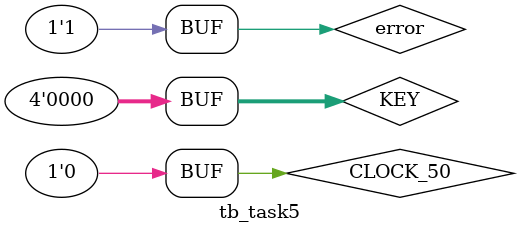
<source format=sv>
module tb_task5();
reg CLOCK_50;
reg [3:0] KEY;
wire [9:0] LEDR;
wire [6:0] HEX5;
reg [6:0] HEX4;
reg [6:0] HEX3;
reg [6:0] HEX2;
reg [6:0] HEX1;
reg [6:0] HEX0;

reg error;

task5 dut(.CLOCK_50(CLOCK_50),.KEY(KEY),.LEDR(LEDR),.HEX5(HEX5),.HEX4(HEX4),.HEX3(HEX3),.HEX2(HEX2),.HEX1(HEX1),.HEX0(HEX0));

task test;
input [9:0] LEDR_test;
input [6:0] HEX5_test;
input [6:0] HEX4_test;
input [6:0] HEX3_test;
input [6:0] HEX2_test;
input [6:0] HEX1_test;
input [6:0] HEX0_test;

error=1'b0;

	if(tb_task5.dut.LEDR!=LEDR_test)begin
	error=1'b1;
	$display("LEDR error");
	end
	
	if(tb_task5.dut.HEX5!=HEX5_test)begin
	error=1'b1;
	$display("HEX5 error");
	end
	
	if(tb_task5.dut.HEX4!=HEX4_test)begin
	error=1'b1;
	$display("HEX4 error");
	end
	
	if(tb_task5.dut.HEX3!=HEX3_test)begin
	error=1'b1;
	$display("HEX3 error");
	end
	
		if(tb_task5.dut.HEX2!=HEX2_test)begin
	error=1'b1;
	$display("HEX2 error");
	end
	
	if(tb_task5.dut.HEX1!=HEX1_test)begin
	error=1'b1;
	$display("HEX1 error");
	end
	
	if(tb_task5.dut.HEX0!=HEX0_test)begin
	error=1'b1;
	$display("HEX0 error");
	end
	
endtask

initial begin
KEY=4'b0; //reset values and test that everything was reset
CLOCK_50=1'b0;
#5;
KEY[0]=1'b1;
CLOCK_50=1'b1;
#5;
KEY[3]=1'b1;
CLOCK_50=1'b0;
test(10'b0000000000,7'b1111111,7'b1111111,7'b1111111,7'b1111111,7'b1111111,7'b1111111);
#5

//test a full game with the cards being ACES step by step
KEY[0]=1'b0;
#5
KEY[0]=1'b1;
#5
KEY[0]=1'b0;
#5
KEY[0]=1'b1;
#5
test(10'b0000000001,7'b1111111,7'b1111111,7'b1111111,7'b1111111,7'b1111111,7'b0001000); //should be one ace in PC1, score also updated


KEY[0]=1'b0;
#5
KEY[0]=1'b1;
#5
test(10'b0000010001,7'b1111111,7'b1111111,7'b0001000,7'b1111111,7'b1111111,7'b0001000);//should be second card in DC1, score also updated

KEY[0]=1'b0;
#5
KEY[0]=1'b1;
#5
test(10'b0000010010,7'b1111111,7'b1111111,7'b0001000,7'b1111111,7'b0001000,7'b0001000);//should be third card in PC2, score also updated

KEY[0]=1'b0;
#5
KEY[0]=1'b1;
#5
test(10'b0000100010,7'b1111111,7'b0001000,7'b0001000,7'b1111111,7'b0001000,7'b0001000);//should be fourth card in DC2, score also updated

KEY[0]=1'b0;
#5
KEY[0]=1'b1;
#5
test(10'b0000100011,7'b1111111,7'b0001000,7'b0001000,7'b0001000,7'b0001000,7'b0001000);//should be fifth card in PC3, score also updated

KEY[0]=1'b0;
#5
KEY[0]=1'b1;
#5
test(10'b1100110011,7'b0001000,7'b0001000,7'b0001000,7'b0001000,7'b0001000,7'b0001000);//should be sixth card in DC3, score also updated, win light on


//Game reset
KEY[3]=1'b0;
KEY[0]=1'b0;
#5
KEY[0]=1'b1;
#5
KEY[3]=1'b1;

//load desired card, Trying the case 10, nine, Ace, Ace, Ace, Ace, test case to make sure DC2 score is used

//to get a 10, cylce fastclock 9 times, no need to wait
CLOCK_50=1'b0;
#1
CLOCK_50=1'b1;//two
#1
CLOCK_50=1'b0;
#1
CLOCK_50=1'b1;//three
#1
CLOCK_50=1'b0;
#1
CLOCK_50=1'b1;//four
#1
CLOCK_50=1'b0;
#1
CLOCK_50=1'b1;//five
#1
CLOCK_50=1'b0;
#1
CLOCK_50=1'b1;//six
#1
CLOCK_50=1'b0;
#1
CLOCK_50=1'b1;//seven
#1
CLOCK_50=1'b0;
#1
CLOCK_50=1'b1;//eight
#1
CLOCK_50=1'b0;
#1
CLOCK_50=1'b1;//nine
#1
CLOCK_50=1'b0;
#1
CLOCK_50=1'b1;//ten
#1
CLOCK_50=1'b0;


//loading 10 in pcard
KEY[0]=1'b0;
#5
KEY[0]=1'b1;
#5
KEY[0]=1'b0;
#5
KEY[0]=1'b1;
#5
test(10'b0000000000,7'b1111111,7'b1111111,7'b1111111,7'b1111111,7'b1111111,7'b1000000); //test pc1 is 10, score is 0

CLOCK_50=1'b1;//jack
#1
CLOCK_50=1'b0;
#1
CLOCK_50=1'b1;//queen
#1
CLOCK_50=1'b0;
#1
CLOCK_50=1'b1;//king
#1
CLOCK_50=1'b0;
#1
CLOCK_50=1'b1;//ace
#1
CLOCK_50=1'b0;
#1
CLOCK_50=1'b1;//two
#1
CLOCK_50=1'b0;
#1
CLOCK_50=1'b1;//three
#1
CLOCK_50=1'b0;
#1
CLOCK_50=1'b1;//four
#1
CLOCK_50=1'b0;
#1
CLOCK_50=1'b1;//five
#1
CLOCK_50=1'b0;
#1
CLOCK_50=1'b1;//six
#1
CLOCK_50=1'b0;
#1
CLOCK_50=1'b1;//seven
#1
CLOCK_50=1'b0;
#1
CLOCK_50=1'b1;//eight
#1
CLOCK_50=1'b0;
#1
CLOCK_50=1'b1;//nine
#1
CLOCK_50=1'b0;



//loading 9 into d card

KEY[0]=1'b0;
#5
KEY[0]=1'b1;
#5
test(10'b0010010000,7'b1111111,7'b1111111,7'b0010000,7'b1111111,7'b1111111,7'b1000000); //DC1 should have a nine, score should update



CLOCK_50=1'b1;//ten
#1
CLOCK_50=1'b0;
#1
CLOCK_50=1'b1;//jack
#1
CLOCK_50=1'b0;
#1
CLOCK_50=1'b1;//queen
#1
CLOCK_50=1'b0;
#1
CLOCK_50=1'b1;//king
#1
CLOCK_50=1'b0;
#1
CLOCK_50=1'b1;//ace
#1
CLOCK_50=1'b0;

//load Ace pcard2

KEY[0]=1'b0;
#5
KEY[0]=1'b1;
#5
test(10'b0010010001,7'b1111111,7'b1111111,7'b0010000,7'b1111111,7'b0001000,7'b1000000); //PC2 should hold and Ace, score update

//load Ace dcard2

KEY[0]=1'b0;
#5
KEY[0]=1'b1;
#5
test(10'b0000000001,7'b1111111,7'b0001000,7'b0010000,7'b1111111,7'b0001000,7'b1000000); //DC2 should hold and Ace, score update

//load Ace pcard3

KEY[0]=1'b0;
#5
KEY[0]=1'b1;
#5
test(10'b0000000010,7'b1111111,7'b0001000,7'b0010000,7'b0001000,7'b0001000,7'b1000000); //PC3 should hold and Ace, score update

//load Ace dcard3

KEY[0]=1'b0;
#5
KEY[0]=1'b1;
#5
test(10'b0100010010,7'b0001000,7'b0001000,7'b0010000,7'b0001000,7'b0001000,7'b1000000); //DC3 should hold and Ace, score update

//Game reset
KEY[3]=1'b0;
KEY[0]=1'b0;
#5
KEY[0]=1'b1;
#5
KEY[3]=1'b1;

//test natural win so dealer 9-0

//to get a 10, cylce fastclock 9 times, no need to wait
CLOCK_50=1'b0;
#1
CLOCK_50=1'b1;//two
#1
CLOCK_50=1'b0;
#1
CLOCK_50=1'b1;//three
#1
CLOCK_50=1'b0;
#1
CLOCK_50=1'b1;//four
#1
CLOCK_50=1'b0;
#1
CLOCK_50=1'b1;//five
#1
CLOCK_50=1'b0;
#1
CLOCK_50=1'b1;//six
#1
CLOCK_50=1'b0;
#1
CLOCK_50=1'b1;//seven
#1
CLOCK_50=1'b0;
#1
CLOCK_50=1'b1;//eight
#1
CLOCK_50=1'b0;
#1
CLOCK_50=1'b1;//nine
#1
CLOCK_50=1'b0;
#1
CLOCK_50=1'b1;//ten
#1
CLOCK_50=1'b0;


//loading 10 in pcard
KEY[0]=1'b0;
#5
KEY[0]=1'b1;
#5
KEY[0]=1'b0;
#5
KEY[0]=1'b1;
#5
test(10'b0000000000,7'b1111111,7'b1111111,7'b1111111,7'b1111111,7'b1111111,7'b1000000); //test pc1 is 10, score is 0

CLOCK_50=1'b1;//jack
#1
CLOCK_50=1'b0;
#1
CLOCK_50=1'b1;//queen
#1
CLOCK_50=1'b0;
#1
CLOCK_50=1'b1;//king
#1
CLOCK_50=1'b0;
#1
CLOCK_50=1'b1;//ace
#1
CLOCK_50=1'b0;
#1
CLOCK_50=1'b1;//two
#1
CLOCK_50=1'b0;
#1
CLOCK_50=1'b1;//three
#1
CLOCK_50=1'b0;
#1
CLOCK_50=1'b1;//four
#1
CLOCK_50=1'b0;
#1
CLOCK_50=1'b1;//five
#1
CLOCK_50=1'b0;
#1
CLOCK_50=1'b1;//six
#1
CLOCK_50=1'b0;
#1
CLOCK_50=1'b1;//seven
#1
CLOCK_50=1'b0;
#1
CLOCK_50=1'b1;//eight
#1
CLOCK_50=1'b0;
#1
CLOCK_50=1'b1;//nine
#1
CLOCK_50=1'b0;



//loading 9 into d card

KEY[0]=1'b0;
#5
KEY[0]=1'b1;
#5
test(10'b0010010000,7'b1111111,7'b1111111,7'b0010000,7'b1111111,7'b1111111,7'b1000000); //DC1 should have a nine, score should update

CLOCK_50=1'b1;//ten
#1
CLOCK_50=1'b0;
#1
CLOCK_50=1'b1;//jack
#1
CLOCK_50=1'b0;

//loading jack into PC2
KEY[0]=1'b0;
#5
KEY[0]=1'b1;
#5
test(10'b0010010000,7'b1111111,7'b1111111,7'b0010000,7'b1111111,7'b1100001,7'b1000000); //DC1 should have a nine, score should update

//loading jack into DC2
KEY[0]=1'b0;
#5
KEY[0]=1'b1;
#5
test(10'b1010010000,7'b1111111,7'b1100001,7'b0010000,7'b1111111,7'b1100001,7'b1000000); //DC1 should have a nine, score should update, win for dealer should appear

KEY[0]=1'b0;
#5
KEY[0]=1'b1;
#5
test(10'b1010010000,7'b1111111,7'b1100001,7'b0010000,7'b1111111,7'b1100001,7'b1000000); //Test to make sure game ended, AE no extra cards

//test for all HEX outputs starting with two

KEY=4'b0; //reset values and test that everything was reset
CLOCK_50=1'b0;
#5;
KEY[0]=1'b1;
CLOCK_50=1'b1;
#5;
KEY[3]=1'b1;
CLOCK_50=1'b0;
test(10'b0000000000,7'b1111111,7'b1111111,7'b1111111,7'b1111111,7'b1111111,7'b1111111);
#5

CLOCK_50=1'b1; #2; CLOCK_50=1'b0; #2;
//test a full game with the cards being two step by step
KEY[0]=1'b0;
#5
KEY[0]=1'b1;
#5
KEY[0]=1'b0;
#5
KEY[0]=1'b1;
#5
test(10'b0000000010,7'b1111111,7'b1111111,7'b1111111,7'b1111111,7'b1111111,7'b0100100); //should be one ace in PC1, score also updated


KEY[0]=1'b0;
#5
KEY[0]=1'b1;
#5
test(10'b0000100010,7'b1111111,7'b1111111,7'b0100100,7'b1111111,7'b1111111,7'b0100100);//should be second card in DC1, score also updated

KEY[0]=1'b0;
#5
KEY[0]=1'b1;
#5
test(10'b0000100100,7'b1111111,7'b1111111,7'b0100100,7'b1111111,7'b0100100,7'b0100100);//should be third card in PC2, score also updated

KEY[0]=1'b0;
#5
KEY[0]=1'b1;
#5
test(10'b0001000100,7'b1111111,7'b0100100,7'b0100100,7'b1111111,7'b0100100,7'b0100100);//should be fourth card in DC2, score also updated

KEY[0]=1'b0;
#5
KEY[0]=1'b1;
#5
test(10'b0001000110,7'b1111111,7'b0100100,7'b0100100,7'b0100100,7'b0100100,7'b0100100);//should be fifth card in PC3, score also updated

KEY[0]=1'b0;
#5
KEY[0]=1'b1;
#5
test(10'b1101100110,7'b0100100,7'b0100100,7'b0100100,7'b0100100,7'b0100100,7'b0100100);//should be sixth card in DC3, score also updated, win light on



KEY=4'b0; //reset values and test that everything was reset
CLOCK_50=1'b0; KEY[3]=1'b0; #2; KEY[0]=1'b1; CLOCK_50=1'b1; #2; KEY[0]=1'b0; #2; KEY[3]=1'b1; CLOCK_50=1'b0;
test(10'b0000000000,7'b1111111,7'b1111111,7'b1111111,7'b1111111,7'b1111111,7'b1111111);
#2;

CLOCK_50=1'b1; #2; CLOCK_50=1'b0; #2; CLOCK_50=1'b1; #2; CLOCK_50=1'b0; #2; //getting the value of 3 loaded

//test a full game with the cards being two step by step
KEY[0]=1'b0; #2; KEY[0]=1'b1; #2; KEY[0]=1'b0; #2; KEY[0]=1'b1; #2; KEY[0]=1'b0; #2; KEY[0]=1'b1; #2; KEY[0]=1'b0; #2; KEY[0]=1'b1; #2;
KEY[0]=1'b0; #2; KEY[0]=1'b1; #2; KEY[0]=1'b0;  


test(10'b1101100110,7'b1111111,7'b0110000,7'b0110000,7'b1111111,7'b0110000,7'b0110000);//test for 2 3s on both player and dealer
#2;


KEY=4'b0; //reset values and test that everything was reset
CLOCK_50=1'b0; KEY[3]=1'b0; #2; KEY[0]=1'b1; CLOCK_50=1'b1; #2; KEY[0]=1'b0; #2; KEY[3]=1'b1; CLOCK_50=1'b0;
test(10'b0000000000,7'b1111111,7'b1111111,7'b1111111,7'b1111111,7'b1111111,7'b1111111);
#2;

CLOCK_50=1'b1; #2; CLOCK_50=1'b0; #2; CLOCK_50=1'b1; #2; CLOCK_50=1'b0; #2; CLOCK_50=1'b1; #2; CLOCK_50=1'b0; #2;//getting the value of 4 loaded

//test a full game with the cards being two step by step
KEY[0]=1'b0; #2; KEY[0]=1'b1; #2; KEY[0]=1'b0; #2; KEY[0]=1'b1; #2; KEY[0]=1'b0; #2; KEY[0]=1'b1; #2; KEY[0]=1'b0; #2; KEY[0]=1'b1; #2;
KEY[0]=1'b0; #2; KEY[0]=1'b1; #2; KEY[0]=1'b0;  


test(10'b1110001000,7'b1111111,7'b0011001,7'b0011001,7'b1111111,7'b0011001,7'b0011001);//test for 2 4s on both player and dealer
#2;


KEY=4'b0; //reset values and test that everything was reset
CLOCK_50=1'b0; KEY[3]=1'b0; #2; KEY[0]=1'b1; CLOCK_50=1'b1; #2; KEY[0]=1'b0; #2; KEY[3]=1'b1; CLOCK_50=1'b0;
test(10'b0000000000,7'b1111111,7'b1111111,7'b1111111,7'b1111111,7'b1111111,7'b1111111);
#2;

CLOCK_50=1'b1; #2; CLOCK_50=1'b0; #2; CLOCK_50=1'b1; #2; CLOCK_50=1'b0; #2; CLOCK_50=1'b1; #2; CLOCK_50=1'b0; #2; CLOCK_50=1'b1; #2; CLOCK_50=1'b0; #2;//getting the value of 5 loaded

//test a full game with the cards being two step by step
KEY[0]=1'b0; #2; KEY[0]=1'b1; #2; KEY[0]=1'b0; #2; KEY[0]=1'b1; #2; KEY[0]=1'b0; #2; KEY[0]=1'b1; #2; KEY[0]=1'b0; #2; KEY[0]=1'b1; #2;
KEY[0]=1'b0; #2; KEY[0]=1'b1; #2; KEY[0]=1'b0; #2; KEY[0]=1'b1; #2; KEY[0]=1'b0; #2; KEY[0]=1'b1; #2; KEY[0]=1'b0; 


test(10'b1101010101,7'b0010010,7'b0010010,7'b0010010,7'b0010010,7'b0010010,7'b0010010);//test for 3 5s on both player and dealer
#2;


KEY=4'b0; //reset values and test that everything was reset
CLOCK_50=1'b0; KEY[3]=1'b0; #2; KEY[0]=1'b1; CLOCK_50=1'b1; #2; KEY[0]=1'b0; #2; KEY[3]=1'b1; CLOCK_50=1'b0;
test(10'b0000000000,7'b1111111,7'b1111111,7'b1111111,7'b1111111,7'b1111111,7'b1111111);
#2;

CLOCK_50=1'b1; #2; CLOCK_50=1'b0; #2; CLOCK_50=1'b1; #2; CLOCK_50=1'b0; #2; CLOCK_50=1'b1; #2; CLOCK_50=1'b0; #2; CLOCK_50=1'b1; #2; CLOCK_50=1'b0; #2; CLOCK_50=1'b1; #2; CLOCK_50=1'b0; #2;//getting the value of 6 loaded

//test a full game with the cards being two step by step
KEY[0]=1'b0; #2; KEY[0]=1'b1; #2; KEY[0]=1'b0; #2; KEY[0]=1'b1; #2; KEY[0]=1'b0; #2; KEY[0]=1'b1; #2; KEY[0]=1'b0; #2; KEY[0]=1'b1; #2;
KEY[0]=1'b0; #2; KEY[0]=1'b1; #2; KEY[0]=1'b0; #2; KEY[0]=1'b1; #2; KEY[0]=1'b0; #2; KEY[0]=1'b1; #2; KEY[0]=1'b0; 


test(10'b1110001000,7'b0000010,7'b0000010,7'b0000010,7'b0000010,7'b0000010,7'b0000010);//test for 3 6s on both player and dealer
#2;

KEY=4'b0; //reset values and test that everything was reset
CLOCK_50=1'b0; KEY[3]=1'b0; #2; KEY[0]=1'b1; CLOCK_50=1'b1; #2; KEY[0]=1'b0; #2; KEY[3]=1'b1; CLOCK_50=1'b0;
test(10'b0000000000,7'b1111111,7'b1111111,7'b1111111,7'b1111111,7'b1111111,7'b1111111);
#2;

CLOCK_50=1'b1; #2; CLOCK_50=1'b0; #2; CLOCK_50=1'b1; #2; CLOCK_50=1'b0; #2; CLOCK_50=1'b1; #2; CLOCK_50=1'b0; #2; CLOCK_50=1'b1; #2; CLOCK_50=1'b0; #2; CLOCK_50=1'b1; #2; CLOCK_50=1'b0; #2; CLOCK_50=1'b1; #2; CLOCK_50=1'b0; #2;//getting the value of 7 loaded

//test a full game with the cards being two step by step
KEY[0]=1'b0; #2; KEY[0]=1'b1; #2; KEY[0]=1'b0; #2; KEY[0]=1'b1; #2; KEY[0]=1'b0; #2; KEY[0]=1'b1; #2; KEY[0]=1'b0; #2; KEY[0]=1'b1; #2;
KEY[0]=1'b0; #2; KEY[0]=1'b1; #2; KEY[0]=1'b0; #2; KEY[0]=1'b1; #2; KEY[0]=1'b0; #2; KEY[0]=1'b1; #2; KEY[0]=1'b0; 


test(10'b1100010001,7'b1111000,7'b1111000,7'b1111000,7'b1111000,7'b1111000,7'b1111000);//test for 3 7s on both player and dealer
#2;

KEY=4'b0; //reset values and test that everything was reset
CLOCK_50=1'b0; KEY[3]=1'b0; #2; KEY[0]=1'b1; CLOCK_50=1'b1; #2; KEY[0]=1'b0; #2; KEY[3]=1'b1; CLOCK_50=1'b0;
test(10'b0000000000,7'b1111111,7'b1111111,7'b1111111,7'b1111111,7'b1111111,7'b1111111);
#2;

CLOCK_50=1'b1; #2; CLOCK_50=1'b0; #2; CLOCK_50=1'b1; #2; CLOCK_50=1'b0; #2; CLOCK_50=1'b1; #2; CLOCK_50=1'b0; #2; CLOCK_50=1'b1; #2; CLOCK_50=1'b0; #2; CLOCK_50=1'b1; #2; CLOCK_50=1'b0; #2; CLOCK_50=1'b1; #2; CLOCK_50=1'b0; #2;
CLOCK_50=1'b1; #2; CLOCK_50=1'b0; #2; //getting the value of 8 loaded
//test a full game with the cards being two step by step
KEY[0]=1'b0; #2; KEY[0]=1'b1; #2; KEY[0]=1'b0; #2; KEY[0]=1'b1; #2; KEY[0]=1'b0; #2; KEY[0]=1'b1; #2; KEY[0]=1'b0; #2; KEY[0]=1'b1; #2;
KEY[0]=1'b0; #2; KEY[0]=1'b1; #2; KEY[0]=1'b0; #2; KEY[0]=1'b1; #2; KEY[0]=1'b0; #2; KEY[0]=1'b1; #2; KEY[0]=1'b0; 


test(10'b1101100110,7'b1111111,7'b0000000,7'b0000000,7'b1111111,7'b0000000,7'b0000000);//test for 2 8s on both player and dealer
#2;

KEY=4'b0; //reset values and test that everything was reset
CLOCK_50=1'b0; KEY[3]=1'b0; #2; KEY[0]=1'b1; CLOCK_50=1'b1; #2; KEY[0]=1'b0; #2; KEY[3]=1'b1; CLOCK_50=1'b0;
test(10'b0000000000,7'b1111111,7'b1111111,7'b1111111,7'b1111111,7'b1111111,7'b1111111);
#2;

CLOCK_50=1'b1; #2; CLOCK_50=1'b0; #2; CLOCK_50=1'b1; #2; CLOCK_50=1'b0; #2; CLOCK_50=1'b1; #2; CLOCK_50=1'b0; #2; CLOCK_50=1'b1; #2; CLOCK_50=1'b0; #2; CLOCK_50=1'b1; #2; CLOCK_50=1'b0; #2; CLOCK_50=1'b1; #2; CLOCK_50=1'b0; #2;
CLOCK_50=1'b1; #2; CLOCK_50=1'b0; #2; CLOCK_50=1'b1; #2; CLOCK_50=1'b0; #2;//getting the value of 9 loaded
//test a full game with the cards being two step by step
KEY[0]=1'b0; #2; KEY[0]=1'b1; #2; KEY[0]=1'b0; #2; KEY[0]=1'b1; #2; KEY[0]=1'b0; #2; KEY[0]=1'b1; #2; KEY[0]=1'b0; #2; KEY[0]=1'b1; #2;
KEY[0]=1'b0; #2; KEY[0]=1'b1; #2; KEY[0]=1'b0; #2; KEY[0]=1'b1; #2; KEY[0]=1'b0; #2; KEY[0]=1'b1; #2; KEY[0]=1'b0; 


test(10'b1110001000,7'b1111111,7'b0010000,7'b0010000,7'b1111111,7'b0010000,7'b0010000);//test for 2 9s on both player and dealer
#2;


KEY=4'b0; //reset values and test that everything was reset
CLOCK_50=1'b0; KEY[3]=1'b0; #2; KEY[0]=1'b1; CLOCK_50=1'b1; #2; KEY[0]=1'b0; #2; KEY[3]=1'b1; CLOCK_50=1'b0;
test(10'b0000000000,7'b1111111,7'b1111111,7'b1111111,7'b1111111,7'b1111111,7'b1111111);
#2;

CLOCK_50=1'b1; #2; CLOCK_50=1'b0; #2; CLOCK_50=1'b1; #2; CLOCK_50=1'b0; #2; CLOCK_50=1'b1; #2; CLOCK_50=1'b0; #2; CLOCK_50=1'b1; #2; CLOCK_50=1'b0; #2; CLOCK_50=1'b1; #2; CLOCK_50=1'b0; #2; CLOCK_50=1'b1; #2; CLOCK_50=1'b0; #2;
CLOCK_50=1'b1; #2; CLOCK_50=1'b0; #2; CLOCK_50=1'b1; #2; CLOCK_50=1'b0; #2; CLOCK_50=1'b1; #2; CLOCK_50=1'b0; #2;//getting the value of 10 loaded
//test a full game with the cards being two step by step
KEY[0]=1'b0; #2; KEY[0]=1'b1; #2; KEY[0]=1'b0; #2; KEY[0]=1'b1; #2; KEY[0]=1'b0; #2; KEY[0]=1'b1; #2; KEY[0]=1'b0; #2; KEY[0]=1'b1; #2;
KEY[0]=1'b0; #2; KEY[0]=1'b1; #2; KEY[0]=1'b0; #2; KEY[0]=1'b1; #2; KEY[0]=1'b0; #2; KEY[0]=1'b1; #2; KEY[0]=1'b0; 


test(10'b1100000000,7'b1000000,7'b1000000,7'b1000000,7'b1000000,7'b1000000,7'b1000000);//test for 3 10s on both player and dealer
#2;


KEY=4'b0; //reset values and test that everything was reset
CLOCK_50=1'b0; KEY[3]=1'b0; #2; KEY[0]=1'b1; CLOCK_50=1'b1; #2; KEY[0]=1'b0; #2; KEY[3]=1'b1; CLOCK_50=1'b0;
test(10'b0000000000,7'b1111111,7'b1111111,7'b1111111,7'b1111111,7'b1111111,7'b1111111);
#2;

CLOCK_50=1'b1; #2; CLOCK_50=1'b0; #2; CLOCK_50=1'b1; #2; CLOCK_50=1'b0; #2; CLOCK_50=1'b1; #2; CLOCK_50=1'b0; #2; CLOCK_50=1'b1; #2; CLOCK_50=1'b0; #2; CLOCK_50=1'b1; #2; CLOCK_50=1'b0; #2; CLOCK_50=1'b1; #2; CLOCK_50=1'b0; #2;
CLOCK_50=1'b1; #2; CLOCK_50=1'b0; #2; CLOCK_50=1'b1; #2; CLOCK_50=1'b0; #2; CLOCK_50=1'b1; #2; CLOCK_50=1'b0; #2; CLOCK_50=1'b1; #2; CLOCK_50=1'b0; #2;//getting the value of jack loaded
//test a full game with the cards being two step by step
KEY[0]=1'b0; #2; KEY[0]=1'b1; #2; KEY[0]=1'b0; #2; KEY[0]=1'b1; #2; KEY[0]=1'b0; #2; KEY[0]=1'b1; #2; KEY[0]=1'b0; #2; KEY[0]=1'b1; #2;
KEY[0]=1'b0; #2; KEY[0]=1'b1; #2; KEY[0]=1'b0; #2; KEY[0]=1'b1; #2; KEY[0]=1'b0; #2; KEY[0]=1'b1; #2; KEY[0]=1'b0; 


test(10'b1100000000,7'b1100001,7'b1100001,7'b1100001,7'b1100001,7'b1100001,7'b1100001);//test for 3 jacks on both player and dealer
#2;



KEY=4'b0; //reset values and test that everything was reset
CLOCK_50=1'b0; KEY[3]=1'b0; #2; KEY[0]=1'b1; CLOCK_50=1'b1; #2; KEY[0]=1'b0; #2; KEY[3]=1'b1; CLOCK_50=1'b0;
test(10'b0000000000,7'b1111111,7'b1111111,7'b1111111,7'b1111111,7'b1111111,7'b1111111);
#2;

CLOCK_50=1'b1; #2; CLOCK_50=1'b0; #2; CLOCK_50=1'b1; #2; CLOCK_50=1'b0; #2; CLOCK_50=1'b1; #2; CLOCK_50=1'b0; #2; CLOCK_50=1'b1; #2; CLOCK_50=1'b0; #2; CLOCK_50=1'b1; #2; CLOCK_50=1'b0; #2; CLOCK_50=1'b1; #2; CLOCK_50=1'b0; #2;
CLOCK_50=1'b1; #2; CLOCK_50=1'b0; #2; CLOCK_50=1'b1; #2; CLOCK_50=1'b0; #2; CLOCK_50=1'b1; #2; CLOCK_50=1'b0; #2; CLOCK_50=1'b1; #2; CLOCK_50=1'b0; #2; CLOCK_50=1'b1; #2; CLOCK_50=1'b0; #2;//getting the value of jack loaded
//test a full game with the cards being two step by step
KEY[0]=1'b0; #2; KEY[0]=1'b1; #2; KEY[0]=1'b0; #2; KEY[0]=1'b1; #2; KEY[0]=1'b0; #2; KEY[0]=1'b1; #2; KEY[0]=1'b0; #2; KEY[0]=1'b1; #2;
KEY[0]=1'b0; #2; KEY[0]=1'b1; #2; KEY[0]=1'b0; #2; KEY[0]=1'b1; #2; KEY[0]=1'b0; #2; KEY[0]=1'b1; #2; KEY[0]=1'b0; 


test(10'b1100000000,7'b0011000,7'b0011000,7'b0011000,7'b0011000,7'b0011000,7'b0011000);//test for 3 Queens on both player and dealer
#2;

KEY=4'b0; //reset values and test that everything was reset
CLOCK_50=1'b0; KEY[3]=1'b0; #2; KEY[0]=1'b1; CLOCK_50=1'b1; #2; KEY[0]=1'b0; #2; KEY[3]=1'b1; CLOCK_50=1'b0;
test(10'b0000000000,7'b1111111,7'b1111111,7'b1111111,7'b1111111,7'b1111111,7'b1111111);
#2;

CLOCK_50=1'b1; #2; CLOCK_50=1'b0; #2; CLOCK_50=1'b1; #2; CLOCK_50=1'b0; #2; CLOCK_50=1'b1; #2; CLOCK_50=1'b0; #2; CLOCK_50=1'b1; #2; CLOCK_50=1'b0; #2; CLOCK_50=1'b1; #2; CLOCK_50=1'b0; #2; CLOCK_50=1'b1; #2; CLOCK_50=1'b0; #2;
CLOCK_50=1'b1; #2; CLOCK_50=1'b0; #2; CLOCK_50=1'b1; #2; CLOCK_50=1'b0; #2; CLOCK_50=1'b1; #2; CLOCK_50=1'b0; #2; CLOCK_50=1'b1; #2; CLOCK_50=1'b0; #2; CLOCK_50=1'b1; #2; CLOCK_50=1'b0; #2; CLOCK_50=1'b1; #2; CLOCK_50=1'b0; #2;//getting the value of jack loaded
//test a full game with the cards being Kings step by step
KEY[0]=1'b0; #2; KEY[0]=1'b1; #2; KEY[0]=1'b0; #2; KEY[0]=1'b1; #2; KEY[0]=1'b0; #2; KEY[0]=1'b1; #2; KEY[0]=1'b0; #2; KEY[0]=1'b1; #2;
KEY[0]=1'b0; #2; KEY[0]=1'b1; #2; KEY[0]=1'b0; #2; KEY[0]=1'b1; #2; KEY[0]=1'b0; #2; KEY[0]=1'b1; #2; KEY[0]=1'b0; 


test(10'b1100000000,7'b0001001,7'b0001001,7'b0001001,7'b0001001,7'b0001001,7'b0001001);//test for 3 Kings on both player and dealer
#2;

KEY=4'b0; //reset values and test that everything was reset
CLOCK_50=1'b0; KEY[3]=1'b0; #2; KEY[0]=1'b1; CLOCK_50=1'b1; #2; KEY[0]=1'b0; #2; KEY[3]=1'b1; CLOCK_50=1'b0;
test(10'b0000000000,7'b1111111,7'b1111111,7'b1111111,7'b1111111,7'b1111111,7'b1111111);
#2;
// test case d4, p7, card being and 8
CLOCK_50=1'b1; #2; CLOCK_50=1'b0; #2; CLOCK_50=1'b1; #2; CLOCK_50=1'b0;
KEY[0]=1'b0; #2; KEY[0]=1'b1; #2;  KEY[0]=1'b0; #2; KEY[0]=1'b1; #2;//three
CLOCK_50=1'b1; #2; CLOCK_50=1'b0; //card is now four
KEY[0]=1'b0; #2; KEY[0]=1'b1; #2;  KEY[0]=1'b0; #2; KEY[0]=1'b1; #2; //four four
CLOCK_50=1'b1; #2; CLOCK_50=1'b0; #2; CLOCK_50=1'b1; #2; CLOCK_50=1'b0; CLOCK_50=1'b1; #2; CLOCK_50=1'b0; #2; CLOCK_50=1'b1; #2; CLOCK_50=1'b0; CLOCK_50=1'b1; #2; CLOCK_50=1'b0; #2; CLOCK_50=1'b1; #2; CLOCK_50=1'b0;

KEY[0]=1'b0; #2; KEY[0]=1'b1; #2; KEY[0]=1'b0; #2;//gives 10
CLOCK_50=1'b1; #2; CLOCK_50=1'b0; #2; CLOCK_50=1'b1; #2; CLOCK_50=1'b0; CLOCK_50=1'b1; #2; CLOCK_50=1'b0;
CLOCK_50=1'b1; #2; CLOCK_50=1'b0; #2; CLOCK_50=1'b1; #2; CLOCK_50=1'b0; CLOCK_50=1'b1; #2; CLOCK_50=1'b0;
CLOCK_50=1'b1; #2; CLOCK_50=1'b0; #2; CLOCK_50=1'b1; #2; CLOCK_50=1'b0; CLOCK_50=1'b1; #2; CLOCK_50=1'b0;
CLOCK_50=1'b1; #2; CLOCK_50=1'b0; #2; CLOCK_50=1'b1; #2; CLOCK_50=1'b0; 
#2; KEY[0]=1'b1; #2; KEY[0]=1'b0; #2; KEY[0]=1'b1; 


test(10'b0100000111,7'b0000000,7'b0000000,7'b0011001,7'b1111111,7'b0011001,7'b0110000);//test for 3 card dealer, two card player
#2;


KEY=4'b0; //reset values and test that everything was reset
CLOCK_50=1'b0; KEY[3]=1'b0; #2; KEY[0]=1'b1; CLOCK_50=1'b1; #2; KEY[0]=1'b0; #2; KEY[3]=1'b1; CLOCK_50=1'b0;
test(10'b0000000000,7'b1111111,7'b1111111,7'b1111111,7'b1111111,7'b1111111,7'b1111111);
#2;

KEY[0]=1'b0; #2; KEY[0]=1'b1; #2; KEY[0]=1'b0; #2; KEY[0]=1'b1; #2;//give Ace
CLOCK_50=1'b1; #2; CLOCK_50=1'b0; #2; //load 2
KEY[0]=1'b0; #2; KEY[0]=1'b1; #2; //give 2
CLOCK_50=1'b1; #2; CLOCK_50=1'b0; #2; CLOCK_50=1'b1; #2; CLOCK_50=1'b0; #2; //load 4
KEY[0]=1'b0; #2; KEY[0]=1'b1; #2;   KEY[0]=1'b0; #2; KEY[0]=1'b1; #2; //give both for so 5-6
//test a full game with the cards being Kings step by step
CLOCK_50=1'b1; #2; CLOCK_50=1'b0; #2; CLOCK_50=1'b1; #2; CLOCK_50=1'b0; #2;//load 6
KEY[0]=1'b0; #2; KEY[0]=1'b1; #2; KEY[0]=1'b0; #2; KEY[0]=1'b1; #2; KEY[0]=1'b0; #2; KEY[0]=1'b1; #2; KEY[0]=1'b0; 


test(10'b1000100001,7'b0000010,7'b0011001,7'b0100100,7'b0000010,7'b0011001,7'b0001000);//test for 3 Kings on both player and dealer
#2;

KEY=4'b0; //reset values and test that everything was reset
CLOCK_50=1'b0; KEY[3]=1'b0; #2; KEY[0]=1'b1; CLOCK_50=1'b1; #2; KEY[0]=1'b0; #2; KEY[3]=1'b1; CLOCK_50=1'b0;
test(10'b0000000000,7'b1111111,7'b1111111,7'b1111111,7'b1111111,7'b1111111,7'b1111111);
#2;
KEY[0]=1'b0; #2; KEY[0]=1'b1; #2; KEY[0]=1'b0; #2; KEY[0]=1'b1; #2; KEY[0]=1'b0; #2; KEY[0]=1'b1; #2;

CLOCK_50=1'b1; #2; CLOCK_50=1'b0; #2; CLOCK_50=1'b1; #2; CLOCK_50=1'b0; #2; CLOCK_50=1'b1; #2; CLOCK_50=1'b0; #2;//getting the value of 4 loaded

//test a full game with the cards being two step by step
KEY[0]=1'b0; #2; KEY[0]=1'b1; #2; KEY[0]=1'b0; #2; KEY[0]=1'b1; #2; KEY[0]=1'b0; #2; KEY[0]=1'b1; #2; KEY[0]=1'b0; #2; KEY[0]=1'b1; #2;
KEY[0]=1'b0; #2; KEY[0]=1'b1; #2; KEY[0]=1'b0;  


test(10'b1110011001,7'b0011001,7'b0011001,7'b0001000,7'b0011001,7'b0011001,7'b0001000);//test for 2 4s and aces both
#2;

KEY=4'b0; //reset values and test that everything was reset
CLOCK_50=1'b0; KEY[3]=1'b0; #2; KEY[0]=1'b1; CLOCK_50=1'b1; #2; KEY[0]=1'b0; #2; KEY[3]=1'b1; CLOCK_50=1'b0;
test(10'b0000000000,7'b1111111,7'b1111111,7'b1111111,7'b1111111,7'b1111111,7'b1111111);
#2;
KEY[0]=1'b0; #2; KEY[0]=1'b1; #2; KEY[0]=1'b0; #2; KEY[0]=1'b1; #2; KEY[0]=1'b0; #2; KEY[0]=1'b1; #2;

CLOCK_50=1'b1; #2; CLOCK_50=1'b0; #2; CLOCK_50=1'b1; #2; CLOCK_50=1'b0; #2; //getting the value of 3 loaded

//test a full game with the cards being two step by step
KEY[0]=1'b0; #2; KEY[0]=1'b1; #2; KEY[0]=1'b0; #2; KEY[0]=1'b1; #2; KEY[0]=1'b0; #2; KEY[0]=1'b1; #2; KEY[0]=1'b0; #2; KEY[0]=1'b1; #2;
KEY[0]=1'b0; #2; KEY[0]=1'b1; #2; KEY[0]=1'b0;  


test(10'b1101110111,7'b0110000,7'b0110000,7'b0001000,7'b0110000,7'b0110000,7'b0001000);//test for 2 3s and aces both
#2;

KEY=4'b0; //reset values and test that everything was reset
CLOCK_50=1'b0; KEY[3]=1'b0; #2; KEY[0]=1'b1; CLOCK_50=1'b1; #2; KEY[0]=1'b0; #2; KEY[3]=1'b1; CLOCK_50=1'b0;
test(10'b0000000000,7'b1111111,7'b1111111,7'b1111111,7'b1111111,7'b1111111,7'b1111111);
#2;
KEY[0]=1'b0; #2; KEY[0]=1'b1; #2; KEY[0]=1'b0; #2; KEY[0]=1'b1; #2; KEY[0]=1'b0; #2; KEY[0]=1'b1; #2;

CLOCK_50=1'b1; #2; CLOCK_50=1'b0; #2; //getting the value of 2 loaded

//test a full game with the cards being two step by step
KEY[0]=1'b0; #2; KEY[0]=1'b1; #2; KEY[0]=1'b0; #2; KEY[0]=1'b1;
CLOCK_50=1'b1; #2; CLOCK_50=1'b0; #2; CLOCK_50=1'b1; #2; CLOCK_50=1'b0; #2; CLOCK_50=1'b1; #2; CLOCK_50=1'b0; #2; CLOCK_50=1'b1; #2; CLOCK_50=1'b0; #2; CLOCK_50=1'b1; #2; CLOCK_50=1'b0; #2; CLOCK_50=1'b1; #2; CLOCK_50=1'b0; #2;
#2; KEY[0]=1'b0; #2; KEY[0]=1'b1; #2; KEY[0]=1'b0; #2; KEY[0]=1'b1; #2; //load 8
KEY[0]=1'b0; #2; 


test(10'b1000110001,7'b1111111,7'b0100100,7'b0001000,7'b0000000,7'b0100100,7'b0001000);//test for 3s with the player 8
#2;

KEY=4'b0; //reset values and test that everything was reset
CLOCK_50=1'b0; KEY[3]=1'b0; #2; KEY[0]=1'b1; CLOCK_50=1'b1; #2; KEY[0]=1'b0; #2; KEY[3]=1'b1; CLOCK_50=1'b0;
test(10'b0000000000,7'b1111111,7'b1111111,7'b1111111,7'b1111111,7'b1111111,7'b1111111);
#2;
KEY[0]=1'b0; #2; KEY[0]=1'b1; #2; KEY[0]=1'b0; #2; KEY[0]=1'b1; #2; KEY[0]=1'b0; #2; KEY[0]=1'b1; #2;

CLOCK_50=1'b1; #2; CLOCK_50=1'b0; #2; //getting the value of 2 loaded

//test a full game with the cards being two step by step
KEY[0]=1'b0; #2; KEY[0]=1'b1; #2; KEY[0]=1'b0; #2; KEY[0]=1'b1;
CLOCK_50=1'b1; #2; CLOCK_50=1'b0; #2; CLOCK_50=1'b1; #2; CLOCK_50=1'b0; #2; CLOCK_50=1'b1; #2; CLOCK_50=1'b0; #2; CLOCK_50=1'b1; #2; CLOCK_50=1'b0; #2; CLOCK_50=1'b1; #2; CLOCK_50=1'b0; #2; CLOCK_50=1'b1; #2; CLOCK_50=1'b0; #2; CLOCK_50=1'b1; #2; CLOCK_50=1'b0; #2;
#2; KEY[0]=1'b0; #2; KEY[0]=1'b1; #2; KEY[0]=1'b0; #2; KEY[0]=1'b1; #2; //load 8
KEY[0]=1'b0; #2; KEY[0]=1'b1; #2; KEY[0]=1'b0; #2;


test(10'b1100100010,7'b0010000,7'b0100100,7'b0001000,7'b0010000,7'b0100100,7'b0001000);//test for 3s with the player 8
#2;


KEY=4'b0; //reset values and test that everything was reset
CLOCK_50=1'b0; KEY[3]=1'b0; #2; KEY[0]=1'b1; CLOCK_50=1'b1; #2; KEY[0]=1'b0; #2; KEY[3]=1'b1; CLOCK_50=1'b0;
test(10'b0000000000,7'b1111111,7'b1111111,7'b1111111,7'b1111111,7'b1111111,7'b1111111);
#2;
KEY[0]=1'b0; #2; KEY[0]=1'b1; #2; KEY[0]=1'b0; #2; KEY[0]=1'b1; #2; KEY[0]=1'b0; #2; KEY[0]=1'b1; #2; KEY[0]=1'b0; #2; KEY[0]=1'b1; #2;//give triple aces

CLOCK_50=1'b1; #2; CLOCK_50=1'b0; #2; CLOCK_50=1'b1; #2; CLOCK_50=1'b0; #2;CLOCK_50=1'b1; #2; CLOCK_50=1'b0; #2;CLOCK_50=1'b1; #2; CLOCK_50=1'b0; #2;CLOCK_50=1'b1; #2; CLOCK_50=1'b0; #2;//getting the value of 2 loaded

//test a full game with the cards being two step by step
KEY[0]=1'b0; #2; KEY[0]=1'b1; #2; KEY[0]=1'b0; #2; KEY[0]=1'b1;

 CLOCK_50=1'b1; #2; CLOCK_50=1'b0; #2; CLOCK_50=1'b1; #2; CLOCK_50=1'b0; #2; CLOCK_50=1'b1; #2; CLOCK_50=1'b0; #2; CLOCK_50=1'b1; #2; CLOCK_50=1'b0; #2; CLOCK_50=1'b1; #2; CLOCK_50=1'b0; #2;
#2; KEY[0]=1'b0; #2; KEY[0]=1'b1; #2; KEY[0]=1'b0; #2; KEY[0]=1'b1; #2; //load 8
KEY[0]=1'b0; #2; KEY[0]=1'b1; #2; KEY[0]=1'b0; #2;


test(10'b0101111000,7'b1111111,7'b1111000,7'b0001000,7'b1111000,7'b0001000,7'b0001000);//test for 3s with the player 8
#2;

test(10'b0101011001,7'b1110111,7'b0000010,7'b0001100,7'b0000010,7'b0001100,7'b0101000);//test for 3s with the player 8
#2;

test(10'b1111111111,7'b1111111,7'b1111111,7'b1111111,7'b1111111,7'b1111111,7'b1111111);//test for 3s with the player 8
#2;

test(10'b0000000000,7'b0000000,7'b0000000,7'b0000000,7'b0000000,7'b0000000,7'b0000000);//test for 3s with the player 8
#2;

test(10'b1111111111,7'b1111111,7'b1111111,7'b1111111,7'b1111111,7'b1111111,7'b1111111);//test for 3s with the player 8
#2;

test(10'b0000000000,7'b0000000,7'b0000000,7'b0000000,7'b0000000,7'b0000000,7'b0000000);//test for 3s with the player 8
#2;

KEY=4'b1111;
#2;
KEY=4'b0000;
#2;
KEY=4'b1111;
#2;
KEY=4'b0000;
#2;
CLOCK_50=1'b1;
#2;
CLOCK_50=1'b0;
#2;
error=1'b0;
#2;
error=1'b1;
#2;
error=1'b0;
#2;
error=1'b1;

// Your testbench goes here. Make sure your tests exercise the entire design
// in the .sv file.  Note that in our tests the simulator will exit after
// 100,000 ticks (equivalent to "initial #100000 $finish();").
end
endmodule

</source>
